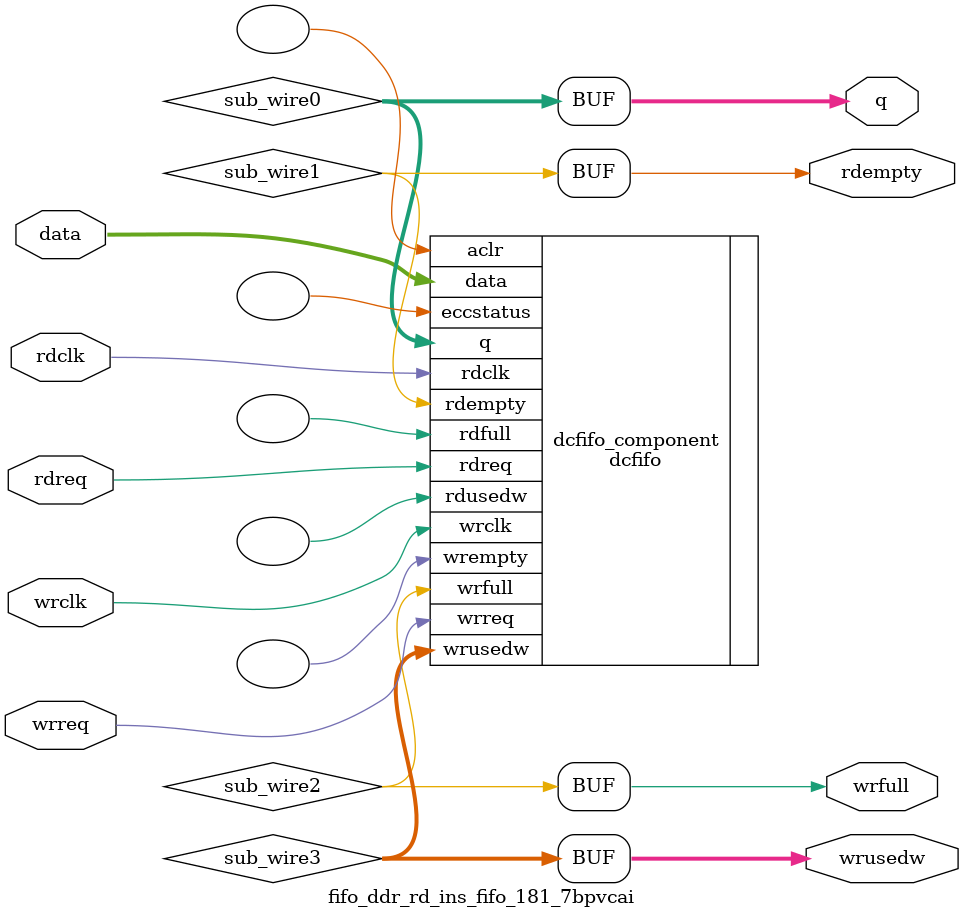
<source format=v>



`timescale 1 ps / 1 ps
// synopsys translate_on
module  fifo_ddr_rd_ins_fifo_181_7bpvcai  (
    data,
    rdclk,
    rdreq,
    wrclk,
    wrreq,
    q,
    rdempty,
    wrfull,
    wrusedw);

    input  [32:0]  data;
    input    rdclk;
    input    rdreq;
    input    wrclk;
    input    wrreq;
    output [32:0]  q;
    output   rdempty;
    output   wrfull;
    output [7:0]  wrusedw;

    wire [32:0] sub_wire0;
    wire  sub_wire1;
    wire  sub_wire2;
    wire [7:0] sub_wire3;
    wire [32:0] q = sub_wire0[32:0];
    wire  rdempty = sub_wire1;
    wire  wrfull = sub_wire2;
    wire [7:0] wrusedw = sub_wire3[7:0];

    dcfifo  dcfifo_component (
                .data (data),
                .rdclk (rdclk),
                .rdreq (rdreq),
                .wrclk (wrclk),
                .wrreq (wrreq),
                .q (sub_wire0),
                .rdempty (sub_wire1),
                .wrfull (sub_wire2),
                .wrusedw (sub_wire3),
                .aclr (),
                .eccstatus (),
                .rdfull (),
                .rdusedw (),
                .wrempty ());
    defparam
        dcfifo_component.enable_ecc  = "FALSE",
        dcfifo_component.intended_device_family  = "Arria 10",
        dcfifo_component.lpm_hint  = "DISABLE_DCFIFO_EMBEDDED_TIMING_CONSTRAINT=TRUE",
        dcfifo_component.lpm_numwords  = 256,
        dcfifo_component.lpm_showahead  = "ON",
        dcfifo_component.lpm_type  = "dcfifo",
        dcfifo_component.lpm_width  = 33,
        dcfifo_component.lpm_widthu  = 8,
        dcfifo_component.overflow_checking  = "ON",
        dcfifo_component.rdsync_delaypipe  = 4,
        dcfifo_component.underflow_checking  = "ON",
        dcfifo_component.use_eab  = "ON",
        dcfifo_component.wrsync_delaypipe  = 4;


endmodule



</source>
